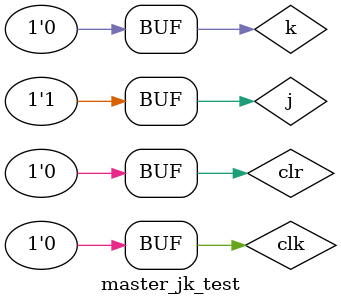
<source format=v>


module master_jk(q, q_bar, j, k, clk, clr);
  output q, q_bar;
  input j, k, clk, clr;
  wire a, b, c, d, e,f, clk_bar;

  
 
  nand(a, j, clk, clr, q_bar);
  nand(b, k, clk, q);
  nand(c, a, d);
  nand(d, b, c, clr);

  not(clk_bar, clk);

  nand(e, c, clk_bar);
  nand(f, d, clk_bar);
  nand(q, e, q_bar);
  nand(q_bar, f, q, clr);
endmodule

module master_jk_test;
  reg j, k, clk, clr;
  wire q, q_bar;
  master_jk mjk(.q(q), .q_bar(q_bar), .j(j), .k(k), .clk(clk), .clr(clr));

  initial begin
    j = 1'b0;
    k = 1'b0;
    clk = 1'b0;
    clr = 1'b0;

    #10;
    
    // Reset the circuit
    clr = 1'b1;
    #10;
    clr = 1'b0;

    // Test different scenarios
    j = 1'b1;
    k = 1'b1;
    #10;
    j = 1'b0;
    #10;
    j = 1'b1;
    #10;
    k = 1'b0;
    #10;
  end
endmodule

</source>
